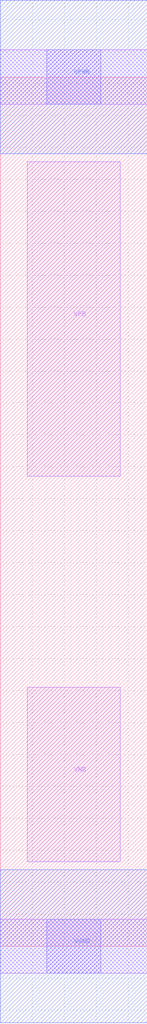
<source format=lef>
# Copyright 2020 The SkyWater PDK Authors
#
# Licensed under the Apache License, Version 2.0 (the "License");
# you may not use this file except in compliance with the License.
# You may obtain a copy of the License at
#
#     https://www.apache.org/licenses/LICENSE-2.0
#
# Unless required by applicable law or agreed to in writing, software
# distributed under the License is distributed on an "AS IS" BASIS,
# WITHOUT WARRANTIES OR CONDITIONS OF ANY KIND, either express or implied.
# See the License for the specific language governing permissions and
# limitations under the License.
#
# SPDX-License-Identifier: Apache-2.0

VERSION 5.7 ;
  NAMESCASESENSITIVE ON ;
  NOWIREEXTENSIONATPIN ON ;
  DIVIDERCHAR "/" ;
  BUSBITCHARS "[]" ;
UNITS
  DATABASE MICRONS 200 ;
END UNITS
PROPERTYDEFINITIONS
  MACRO maskLayoutSubType STRING ;
  MACRO prCellType STRING ;
  MACRO originalViewName STRING ;
END PROPERTYDEFINITIONS
MACRO sky130_fd_sc_hdll__tap_1
  CLASS CORE ;
  FOREIGN sky130_fd_sc_hdll__tap_1 ;
  ORIGIN  0.000000  0.000000 ;
  SIZE  0.460000 BY  2.720000 ;
  SYMMETRY X Y R90 ;
  SITE unithd ;
  PIN VGND
    DIRECTION INOUT ;
    USE SIGNAL ;
    PORT
      LAYER met1 ;
        RECT 0.000000 -0.240000 0.460000 0.240000 ;
    END
  END VGND
  PIN VNB
    ANTENNADIFFAREA  0.089250 ;
    PORT
      LAYER li1 ;
        RECT 0.085000 0.265000 0.375000 0.810000 ;
    END
  END VNB
  PIN VPB
    ANTENNADIFFAREA  0.148750 ;
    PORT
      LAYER li1 ;
        RECT 0.085000 1.470000 0.375000 2.455000 ;
    END
  END VPB
  PIN VPWR
    DIRECTION INOUT ;
    USE SIGNAL ;
    PORT
      LAYER met1 ;
        RECT 0.000000 2.480000 0.460000 2.960000 ;
    END
  END VPWR
  OBS
    LAYER li1 ;
      RECT 0.000000 -0.085000 0.460000 0.085000 ;
      RECT 0.000000  2.635000 0.460000 2.805000 ;
    LAYER mcon ;
      RECT 0.145000 -0.085000 0.315000 0.085000 ;
      RECT 0.145000  2.635000 0.315000 2.805000 ;
  END
  PROPERTY maskLayoutSubType "abstract" ;
  PROPERTY prCellType "standard" ;
  PROPERTY originalViewName "layout" ;
END sky130_fd_sc_hdll__tap_1
END LIBRARY

</source>
